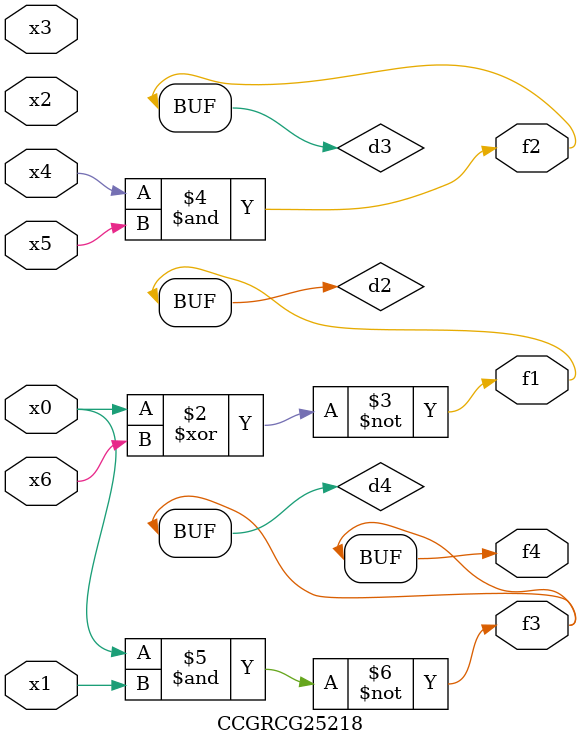
<source format=v>
module CCGRCG25218(
	input x0, x1, x2, x3, x4, x5, x6,
	output f1, f2, f3, f4
);

	wire d1, d2, d3, d4;

	nor (d1, x0);
	xnor (d2, x0, x6);
	and (d3, x4, x5);
	nand (d4, x0, x1);
	assign f1 = d2;
	assign f2 = d3;
	assign f3 = d4;
	assign f4 = d4;
endmodule

</source>
